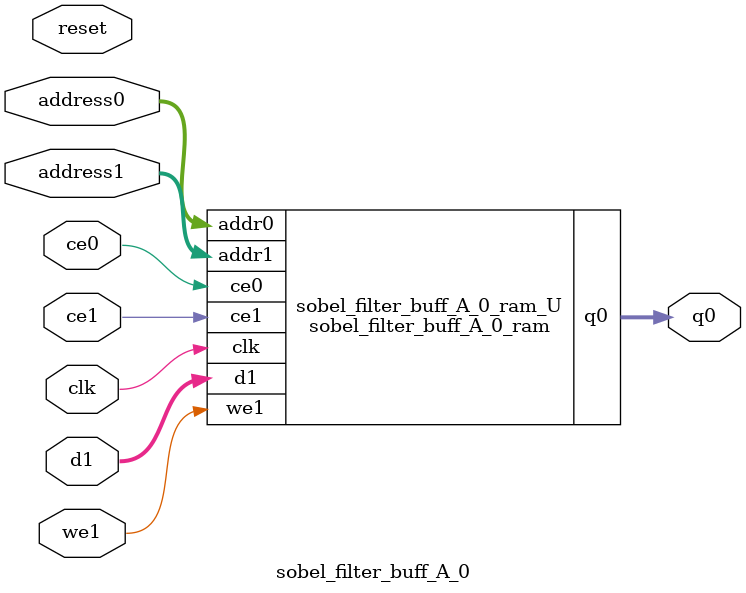
<source format=v>

`timescale 1 ns / 1 ps
module sobel_filter_buff_A_0_ram (addr0, ce0, q0, addr1, ce1, d1, we1,  clk);

parameter DWIDTH = 8;
parameter AWIDTH = 11;
parameter MEM_SIZE = 1920;

input[AWIDTH-1:0] addr0;
input ce0;
output reg[DWIDTH-1:0] q0;
input[AWIDTH-1:0] addr1;
input ce1;
input[DWIDTH-1:0] d1;
input we1;
input clk;

(* ram_style = "block" *)reg [DWIDTH-1:0] ram[MEM_SIZE-1:0];




always @(posedge clk)  
begin 
    if (ce0) 
    begin
            q0 <= ram[addr0];
    end
end


always @(posedge clk)  
begin 
    if (ce1) 
    begin
        if (we1) 
        begin 
            ram[addr1] <= d1; 
        end 
    end
end


endmodule


`timescale 1 ns / 1 ps
module sobel_filter_buff_A_0(
    reset,
    clk,
    address0,
    ce0,
    q0,
    address1,
    ce1,
    we1,
    d1);

parameter DataWidth = 32'd8;
parameter AddressRange = 32'd1920;
parameter AddressWidth = 32'd11;
input reset;
input clk;
input[AddressWidth - 1:0] address0;
input ce0;
output[DataWidth - 1:0] q0;
input[AddressWidth - 1:0] address1;
input ce1;
input we1;
input[DataWidth - 1:0] d1;



sobel_filter_buff_A_0_ram sobel_filter_buff_A_0_ram_U(
    .clk( clk ),
    .addr0( address0 ),
    .ce0( ce0 ),
    .q0( q0 ),
    .addr1( address1 ),
    .ce1( ce1 ),
    .d1( d1 ),
    .we1( we1 ));

endmodule


</source>
